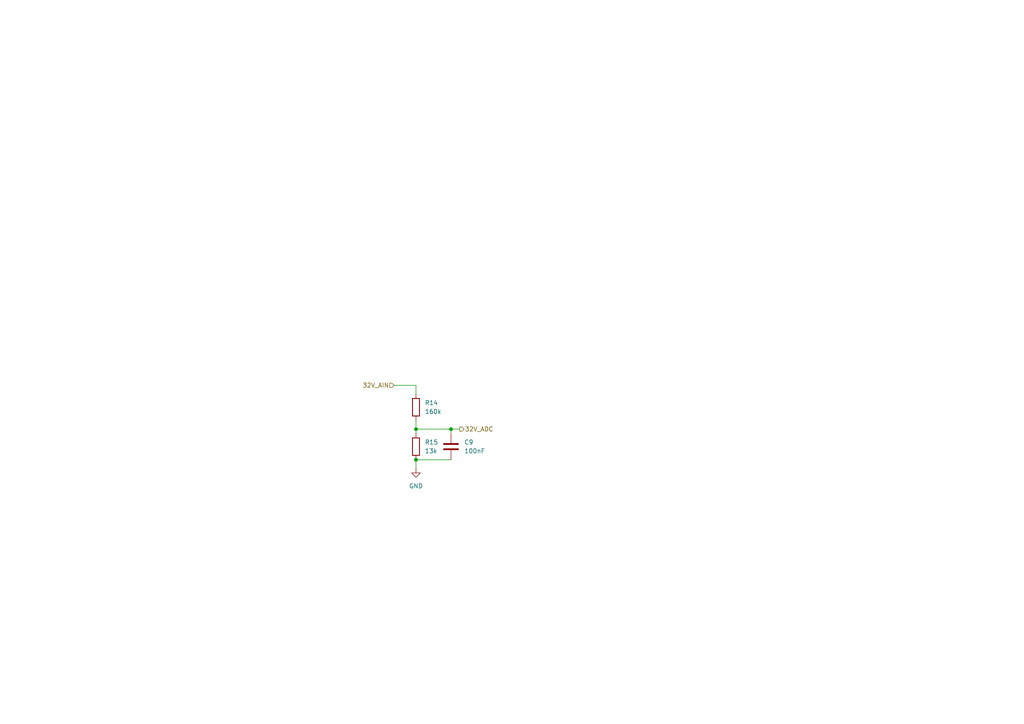
<source format=kicad_sch>
(kicad_sch (version 20250114) (generator "eeschema") (generator_version "9.0")
  (paper "A4")
  (lib_symbols
    (symbol "Device:C" (pin_numbers (hide yes)) (pin_names (offset 0.254))
      (property "Reference" "C" (at 0.635 2.54 0))
      (property "Value" "C" (at 0.635 -2.54 0))
      (symbol "C_0_1"
        (polyline (pts (xy -2.032 0.762) (xy 2.032 0.762)) (stroke (width 0.508)))
        (polyline (pts (xy -2.032 -0.762) (xy 2.032 -0.762)) (stroke (width 0.508)))
      )
      (symbol "C_1_1"
        (pin passive line (at 0 3.81 270) (length 2.794) (name "~") (number "1"))
        (pin passive line (at 0 -3.81 90) (length 2.794) (name "~") (number "2"))
      )
    )
    (symbol "Device:R" (pin_numbers (hide yes)) (pin_names (offset 0))
      (property "Reference" "R" (at 2.032 0 90))
      (property "Value" "R" (at 0 0 90))
      (symbol "R_0_1"
        (rectangle (start -1.016 -2.54) (end 1.016 2.54) (stroke (width 0.254)))
      )
      (symbol "R_1_1"
        (pin passive line (at 0 3.81 270) (length 1.27) (name "~") (number "1"))
        (pin passive line (at 0 -3.81 90) (length 1.27) (name "~") (number "2"))
      )
    )
    (symbol "power:GND" (power) (pin_numbers (hide yes)) (pin_names (offset 0) (hide yes))
      (property "Value" "GND" (at 0 -3.81 0))
      (symbol "GND_0_1"
        (polyline (pts (xy 0 0) (xy 0 -1.27) (xy 1.27 -1.27) (xy 0 -2.54) (xy -1.27 -1.27) (xy 0 -1.27)))
      )
      (symbol "GND_1_1"
        (pin power_in line (at 0 0 270) (length 0) (name "~") (number "1"))
      )
    )
  )
  (junction (at 120.65 124.46))
  (junction (at 120.65 133.35))
  (junction (at 130.81 124.46))
  (wire (pts (xy 120.65 124.46) (xy 120.65 125.73)))
  (wire (pts (xy 130.81 124.46) (xy 133.35 124.46)))
  (wire (pts (xy 120.65 133.35) (xy 120.65 135.89)))
  (wire (pts (xy 120.65 121.92) (xy 120.65 124.46)))
  (wire (pts (xy 130.81 125.73) (xy 130.81 124.46)))
  (wire (pts (xy 120.65 124.46) (xy 130.81 124.46)))
  (wire (pts (xy 120.65 111.76) (xy 120.65 114.3)))
  (wire (pts (xy 114.3 111.76) (xy 120.65 111.76)))
  (wire (pts (xy 120.65 133.35) (xy 130.81 133.35)))
  (hierarchical_label "32V_ADC" (shape output) (at 133.35 124.46 0))
  (hierarchical_label "32V_AIN" (shape input) (at 114.3 111.76 180))
  (symbol (lib_id "Device:R") (at 120.65 129.54 0) (unit 1)
    (property "Reference" "R15" (at 123.19 128.2699 0) (effects (justify left)))
    (property "Value" "13k" (at 123.19 130.8099 0) (effects (justify left)))
    (property "Description" "Resistor" (effects (hide yes)))
  )
  (symbol (lib_id "Device:C") (at 130.81 129.54 0) (unit 1)
    (property "Reference" "C9" (at 134.62 128.2699 0) (effects (justify left)))
    (property "Value" "100nF" (at 134.62 130.8099 0) (effects (justify left)))
    (property "Description" "Unpolarized capacitor" (effects (hide yes)))
  )
  (symbol (lib_id "power:GND") (at 120.65 135.89 0) (unit 1)
    (property "Reference" "#PWR038" (effects (hide yes)))
    (property "Value" "GND" (at 120.65 140.97 0))
    (property "Description" "Power symbol creates a global label with name \"GND\" , ground" (effects (hide yes)))
  )
  (symbol (lib_id "Device:R") (at 120.65 118.11 0) (unit 1)
    (property "Reference" "R14" (at 123.19 116.8399 0) (effects (justify left)))
    (property "Value" "160k" (at 123.19 119.3799 0) (effects (justify left)))
    (property "Description" "Resistor" (effects (hide yes)))
  )
)
</source>
